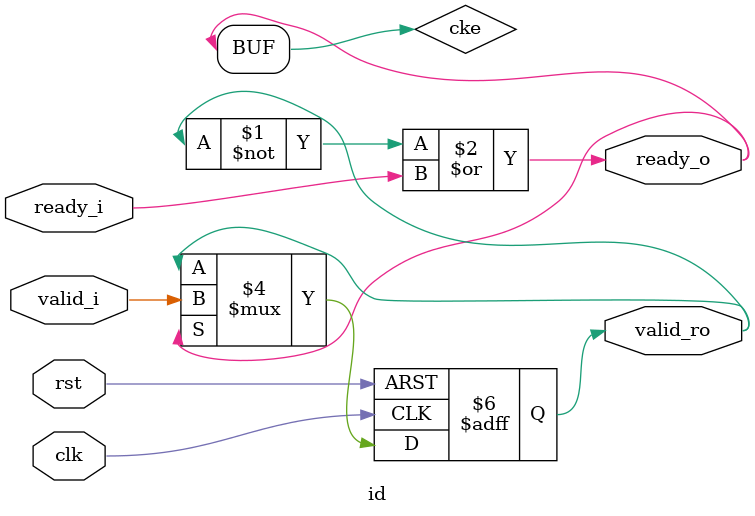
<source format=v>
module id(
    input clk,
    input rst,

    // slave port
    //input  wire [7:0] s_data,
    input  wire       valid_i,
    output wire       ready_o,
    
    // master port
    //output reg  [7:0] m_data,
    output reg        valid_ro,
    input  wire       ready_i
);

wire cke = ~valid_ro | ready_i;

always @(posedge clk or posedge rst) begin
    if(rst)begin
        valid_ro <= 0;
    end
    else begin
        if(cke) begin
            valid_ro <= valid_i;
        end
    end
end

assign ready_o = cke;

endmodule
</source>
